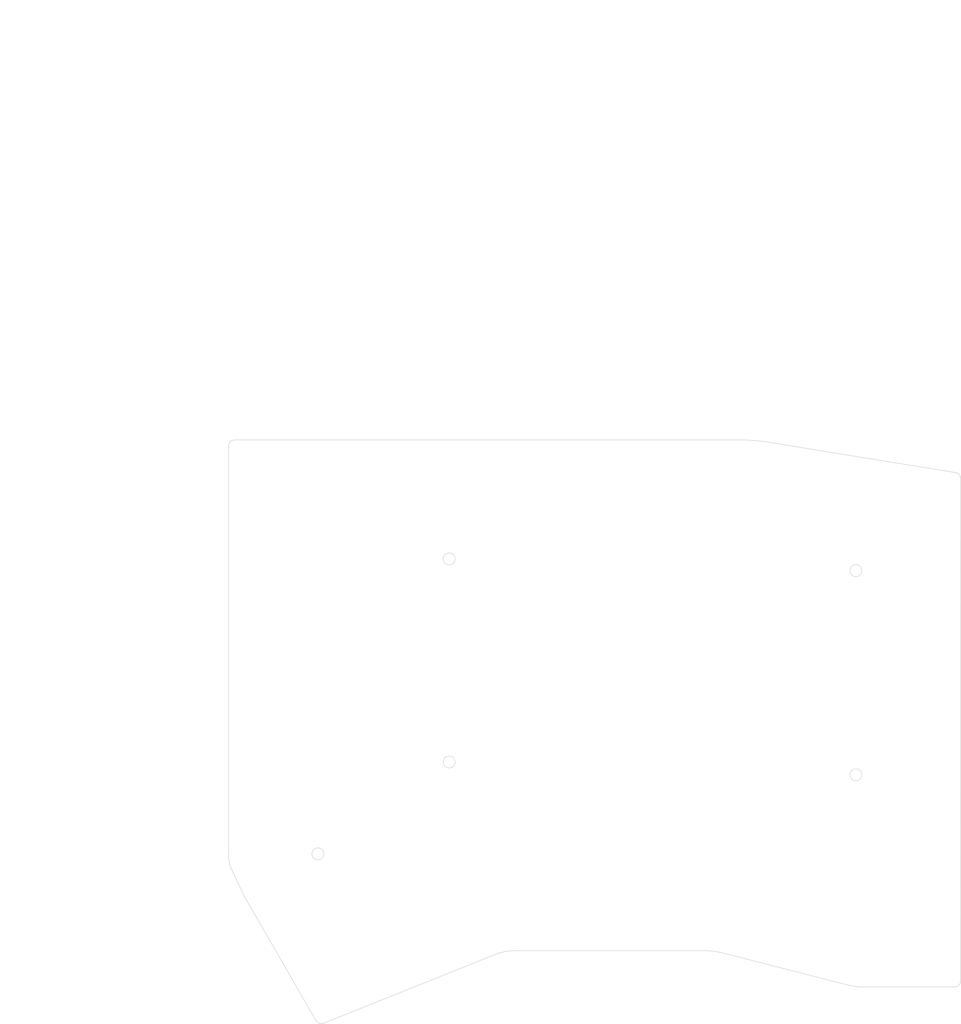
<source format=kicad_pcb>
(kicad_pcb (version 20211014) (generator pcbnew)

  (general
    (thickness 1.6)
  )

  (paper "A4")
  (layers
    (0 "F.Cu" signal)
    (31 "B.Cu" signal)
    (32 "B.Adhes" user "B.Adhesive")
    (33 "F.Adhes" user "F.Adhesive")
    (34 "B.Paste" user)
    (35 "F.Paste" user)
    (36 "B.SilkS" user "B.Silkscreen")
    (37 "F.SilkS" user "F.Silkscreen")
    (38 "B.Mask" user)
    (39 "F.Mask" user)
    (40 "Dwgs.User" user "User.Drawings")
    (41 "Cmts.User" user "User.Comments")
    (42 "Eco1.User" user "User.Eco1")
    (43 "Eco2.User" user "User.Eco2")
    (44 "Edge.Cuts" user)
    (45 "Margin" user)
    (46 "B.CrtYd" user "B.Courtyard")
    (47 "F.CrtYd" user "F.Courtyard")
    (48 "B.Fab" user)
    (49 "F.Fab" user)
  )

  (setup
    (pad_to_mask_clearance 0)
    (grid_origin 88.273857 38.477435)
    (pcbplotparams
      (layerselection 0x00010fc_ffffffff)
      (disableapertmacros false)
      (usegerberextensions true)
      (usegerberattributes false)
      (usegerberadvancedattributes false)
      (creategerberjobfile false)
      (svguseinch false)
      (svgprecision 6)
      (excludeedgelayer true)
      (plotframeref false)
      (viasonmask false)
      (mode 1)
      (useauxorigin false)
      (hpglpennumber 1)
      (hpglpenspeed 20)
      (hpglpendiameter 15.000000)
      (dxfpolygonmode true)
      (dxfimperialunits true)
      (dxfusepcbnewfont true)
      (psnegative false)
      (psa4output false)
      (plotreference true)
      (plotvalue false)
      (plotinvisibletext false)
      (sketchpadsonfab false)
      (subtractmaskfromsilk true)
      (outputformat 1)
      (mirror false)
      (drillshape 0)
      (scaleselection 1)
      (outputdirectory "gerber/")
    )
  )

  (net 0 "")

  (gr_line (start 45.503294 -44.952764) (end 45.503294 -44.952764) (layer "Eco2.User") (width 0.1) (tstamp f3c72619-0e00-4db5-8088-29c58e7fa2ad))
  (gr_line (start 224.1296 139.7) (end 223.901 139.7) (layer "Edge.Cuts") (width 0.1) (tstamp 00000000-0000-0000-0000-000061bc64e7))
  (gr_line (start 204.009451 139.2664) (end 181.165009 133.42648) (layer "Edge.Cuts") (width 0.1) (tstamp 00000000-0000-0000-0000-000061bc654b))
  (gr_line (start 104.918207 146.31232) (end 104.77107 146.16833) (layer "Edge.Cuts") (width 0.1) (tstamp 03b950cc-d086-4154-951c-1c9f8a654f3a))
  (gr_line (start 88.310437 115.822758) (end 88.284057 115.503472) (layer "Edge.Cuts") (width 0.1) (tstamp 044f7c79-a10c-473e-9b27-a59c295ffdf1))
  (gr_circle (center 105 114.8) (end 106.1176 114.8) (layer "Edge.Cuts") (width 0.1) (fill none) (tstamp 0c751d67-0ea2-4ca6-8329-bf5665f5cfe3))
  (gr_line (start 177.892978 132.923912) (end 177.4063 132.915912) (layer "Edge.Cuts") (width 0.1) (tstamp 0fc38bf5-0fca-4faa-b954-c141481de966))
  (gr_line (start 225.283881 43.997807) (end 225.370281 44.178672) (layer "Edge.Cuts") (width 0.1) (tstamp 11344e65-61ba-43a4-9419-489bb9f5afec))
  (gr_line (start 140.499606 133.020102) (end 140.020141 133.100702) (layer "Edge.Cuts") (width 0.1) (tstamp 1135a936-ede7-481e-a484-d3fab85b2d0e))
  (gr_line (start 88.364377 38.029014) (end 88.47059 37.833327) (layer "Edge.Cuts") (width 0.1) (tstamp 11cfe17b-5d08-41bb-a069-160e7f431351))
  (gr_line (start 140.020141 133.100702) (end 139.545048 133.204021) (layer "Edge.Cuts") (width 0.1) (tstamp 1353279e-34e6-4bfb-a17a-aa12fc62c538))
  (gr_line (start 105.086149 146.42628) (end 104.918207 146.31232) (layer "Edge.Cuts") (width 0.1) (tstamp 16b57ba4-054b-41f0-819a-51a68f73b524))
  (gr_circle (center 129.6 97.6) (end 130.7176 97.6) (layer "Edge.Cuts") (width 0.1) (fill none) (tstamp 18816f4c-1aea-4079-9886-c1a64756a6d3))
  (gr_line (start 105.668308 146.57198) (end 105.465848 146.55768) (layer "Edge.Cuts") (width 0.1) (tstamp 1af346e6-8eef-4f5b-ad80-80e4baed2799))
  (gr_line (start 205.594911 139.5931) (end 204.7971 139.4567) (layer "Edge.Cuts") (width 0.1) (tstamp 1e45069d-383c-4419-85d1-8330e71bdf59))
  (gr_line (start 141.468402 132.927502) (end 140.982629 132.962302) (layer "Edge.Cuts") (width 0.1) (tstamp 1f73c229-2255-4e1e-8f3a-baf695ef532e))
  (gr_line (start 139.545048 133.204021) (end 139.07514 133.329881) (layer "Edge.Cuts") (width 0.1) (tstamp 20ec74bb-77d2-4b6f-a40c-c578cb255ece))
  (gr_line (start 88.273857 38.477435) (end 88.297257 38.245261) (layer "Edge.Cuts") (width 0.1) (tstamp 21a98fd8-a677-4041-a72a-fa16dabfe8d3))
  (gr_line (start 89.19368 37.348815) (end 89.425853 37.325405) (layer "Edge.Cuts") (width 0.1) (tstamp 2467f7d1-91b3-4bd2-abb6-f23c7361360b))
  (gr_line (start 178.366503 132.948012) (end 177.892978 132.923912) (layer "Edge.Cuts") (width 0.1) (tstamp 264fb2aa-5efe-4c17-9303-ca0d68ae4eca))
  (gr_line (start 88.588327 117.068869) (end 88.493317 116.763407) (layer "Edge.Cuts") (width 0.1) (tstamp 2c882f6d-c85e-4acb-b1f1-ae2afe5fe10a))
  (gr_line (start 88.275257 115.182495) (end 88.273857 38.477435) (layer "Edge.Cuts") (width 0.1) (tstamp 369b3659-c181-47dc-8452-e2de8b1cd204))
  (gr_line (start 225.423881 138.752566) (end 225.363481 138.958835) (layer "Edge.Cuts") (width 0.1) (tstamp 36a335a7-738b-4359-82a6-2e39adef3046))
  (gr_line (start 225.424381 44.374571) (end 225.443181 44.581902) (layer "Edge.Cuts") (width 0.1) (tstamp 3defaca2-da09-413b-8e01-bac4b2c97437))
  (gr_line (start 225.363481 138.958835) (end 225.267481 139.147435) (layer "Edge.Cuts") (width 0.1) (tstamp 4392ac95-6c04-4b06-9436-aec60cb4db74))
  (gr_line (start 141.956108 132.915912) (end 141.468402 132.927502) (layer "Edge.Cuts") (width 0.1) (tstamp 4498de84-184b-4466-b3d7-cde1d7bc9519))
  (gr_circle (center 129.6 59.6) (end 130.7176 59.6) (layer "Edge.Cuts") (width 0.1) (fill none) (tstamp 44dc5fa2-8ade-4aaa-a728-72f24e3098e5))
  (gr_line (start 178.83867 132.988112) (end 178.366503 132.948012) (layer "Edge.Cuts") (width 0.1) (tstamp 46e69041-2c68-4e50-b952-4312bd028dba))
  (gr_circle (center 205.8 100) (end 206.9176 100) (layer "Edge.Cuts") (width 0.1) (fill none) (tstamp 477facc6-d79a-4dc1-aa3f-86d3bfcca217))
  (gr_line (start 88.977436 37.415945) (end 89.19368 37.348815) (layer "Edge.Cuts") (width 0.1) (tstamp 497c1702-992c-48f9-b649-d9d3911718ef))
  (gr_line (start 88.297257 38.245261) (end 88.364377 38.029014) (layer "Edge.Cuts") (width 0.1) (tstamp 4d1d38b3-8e20-4755-a392-8681465c8fe6))
  (gr_line (start 207.2005 139.7) (end 206.40012 139.6752) (layer "Edge.Cuts") (width 0.1) (tstamp 4df27aa5-9436-4ee7-b203-34335a137d59))
  (gr_line (start 224.803331 139.566104) (end 224.602601 139.642904) (layer "Edge.Cuts") (width 0.1) (tstamp 4e97e277-9919-47dd-8b61-f52380b0d43c))
  (gr_line (start 180.242991 133.203712) (end 179.777319 133.116012) (layer "Edge.Cuts") (width 0.1) (tstamp 51ab285b-2404-43cd-b366-e266fe02d745))
  (gr_line (start 138.154128 133.648551) (end 106.075202 146.48948) (layer "Edge.Cuts") (width 0.1) (tstamp 51bf7a25-09cb-458d-97aa-3ccc536fdded))
  (gr_line (start 104.77107 146.16833) (end 104.649386 145.99593) (layer "Edge.Cuts") (width 0.1) (tstamp 52c4e66b-718b-4a2d-8a16-a62432c8fa45))
  (gr_line (start 225.4377 138.5443) (end 225.423881 138.752566) (layer "Edge.Cuts") (width 0.1) (tstamp 59069f0c-cc70-4d07-bc37-804dc3ea7664))
  (gr_line (start 187.885731 37.54187) (end 188.910421 37.679776) (layer "Edge.Cuts") (width 0.1) (tstamp 594a9d50-9f15-4bcb-ba92-19c977730260))
  (gr_line (start 88.284057 115.503472) (end 88.275257 115.182495) (layer "Edge.Cuts") (width 0.1) (tstamp 5e51cd7d-dce9-4bbf-b1e2-8712a52ce40d))
  (gr_line (start 188.910421 37.679776) (end 224.475441 43.445146) (layer "Edge.Cuts") (width 0.1) (tstamp 639a2352-75a4-42a4-a513-d12a91ba9ae5))
  (gr_circle (center 205.8 61.8) (end 206.9176 61.8) (layer "Edge.Cuts") (width 0.1) (fill none) (tstamp 674f22d3-02da-42cb-82a2-2f25ea9e53c7))
  (gr_line (start 91.129785 122.566908) (end 88.828479 117.66343) (layer "Edge.Cuts") (width 0.1) (tstamp 678454c7-572a-4ac9-a952-11504ff844e1))
  (gr_line (start 225.370281 44.178672) (end 225.424381 44.374571) (layer "Edge.Cuts") (width 0.1) (tstamp 67dc001b-871f-4ea4-b90b-a6c227f38e8e))
  (gr_line (start 180.705689 133.30724) (end 180.242991 133.203712) (layer "Edge.Cuts") (width 0.1) (tstamp 6caba216-7f89-4559-a20f-435fefc56032))
  (gr_line (start 106.075202 146.48948) (end 105.872976 146.54978) (layer "Edge.Cuts") (width 0.1) (tstamp 6cb2afe7-1009-497c-9430-89ac7e540e59))
  (gr_line (start 179.309078 133.044112) (end 178.83867 132.988112) (layer "Edge.Cuts") (width 0.1) (tstamp 71c221bc-dca1-4693-a24f-871a5d27ff81))
  (gr_line (start 105.465848 146.55768) (end 105.270246 146.50858) (layer "Edge.Cuts") (width 0.1) (tstamp 72fb5945-3a88-4f82-bf38-f49c02373f7e))
  (gr_line (start 181.165009 133.42648) (end 180.705689 133.30724) (layer "Edge.Cuts") (width 0.1) (tstamp 73a085fe-f555-47ba-9eef-dfd71e3bdfa4))
  (gr_line (start 225.267481 139.147435) (end 225.139571 139.314255) (layer "Edge.Cuts") (width 0.1) (tstamp 7d0abc77-16a8-4ce1-be52-02b3bcc4a17a))
  (gr_line (start 88.493317 116.763407) (end 88.415227 116.453429) (layer "Edge.Cuts") (width 0.1) (tstamp 7e967aeb-4479-4720-ba3c-6df2a32c60ab))
  (gr_line (start 88.415227 116.453429) (end 88.354217 116.139644) (layer "Edge.Cuts") (width 0.1) (tstamp 80f4181c-1361-4a50-8a42-29c05a576eb5))
  (gr_line (start 88.828479 117.66343) (end 88.7001 117.369113) (layer "Edge.Cuts") (width 0.1) (tstamp 8c22ea36-9264-4e4e-bc1e-e8b0c0168743))
  (gr_line (start 49.676679 -38.227998) (end 49.676679 -38.227998) (layer "Edge.Cuts") (width 0.1) (tstamp 9111146e-1ab7-4aba-b565-67fc26a287ff))
  (gr_line (start 224.983591 139.455185) (end 224.803331 139.566104) (layer "Edge.Cuts") (width 0.1) (tstamp 91920d21-df1b-4888-98b3-16cd5420c917))
  (gr_line (start 186.716531 37.429255) (end 187.885731 37.54187) (layer "Edge.Cuts") (width 0.1) (tstamp 95a7427e-6525-445e-a8b9-84d38111f181))
  (gr_line (start 89.425853 37.325405) (end 184.510807 37.325485) (layer "Edge.Cuts") (width 0.1) (tstamp 970604e1-e3af-403e-8d4a-19c9dbd6bf38))
  (gr_line (start 224.385191 139.681504) (end 224.1296 139.7) (layer "Edge.Cuts") (width 0.1) (tstamp 993d7cdd-55ce-4b31-bbe5-a80221307d3b))
  (gr_line (start 179.777319 133.116012) (end 179.309078 133.044112) (layer "Edge.Cuts") (width 0.1) (tstamp 9e58615c-92b8-45bb-84ed-001f427d2a1b))
  (gr_line (start 204.7971 139.4567) (end 204.009451 139.2664) (layer "Edge.Cuts") (width 0.1) (tstamp a10e7213-1c98-4b04-aa9a-6a9c4f9be34b))
  (gr_line (start 224.861871 43.581466) (end 225.026621 43.6956) (layer "Edge.Cuts") (width 0.1) (tstamp a26a563f-dcf8-4dc3-8808-f90991ceb9fe))
  (gr_line (start 140.982629 132.962302) (end 140.499606 133.020102) (layer "Edge.Cuts") (width 0.1) (tstamp a2e3f1d8-3e18-4f01-aa94-137cd101809d))
  (gr_line (start 91.174935 122.653408) (end 91.129785 122.566908) (layer "Edge.Cuts") (width 0.1) (tstamp aa23ec5a-3a93-4f2d-aca1-66f8b542d6e4))
  (gr_line (start 88.7001 117.369113) (end 88.588327 117.068869) (layer "Edge.Cuts") (width 0.1) (tstamp b3b47613-de0c-4776-818a-daa1e6432be3))
  (gr_line (start 185.544381 37.353325) (end 186.716531 37.429255) (layer "Edge.Cuts") (width 0.1) (tstamp b594c52a-45a3-4355-bc7a-fcdbe627a0a7))
  (gr_line (start 105.270246 146.50858) (end 105.086149 146.42628) (layer "Edge.Cuts") (width 0.1) (tstamp c009dad0-7409-4064-8fa4-3dc01b19633b))
  (gr_line (start 223.901 139.7) (end 207.2005 139.7) (layer "Edge.Cuts") (width 0.1) (tstamp c6098337-237a-43e2-975b-327bcd93e6fe))
  (gr_line (start 225.139571 139.314255) (end 224.983591 139.455185) (layer "Edge.Cuts") (width 0.1) (tstamp c8786aa9-3f18-48c7-bac6-4a3cce603fc6))
  (gr_line (start 184.510807 37.325485) (end 185.544381 37.353325) (layer "Edge.Cuts") (width 0.1) (tstamp cb132942-cd26-42fd-95ee-868602b53b37))
  (gr_line (start 225.026621 43.6956) (end 225.168321 43.835582) (layer "Edge.Cuts") (width 0.1) (tstamp cff4e32b-58a6-4e66-8953-bf4ced4fdee8))
  (gr_line (start 88.611259 37.662831) (end 88.781752 37.52216) (layer "Edge.Cuts") (width 0.1) (tstamp d1a6949e-04d4-4c1c-b488-f7d497860452))
  (gr_line (start 177.4063 132.915912) (end 141.956108 132.915912) (layer "Edge.Cuts") (width 0.1) (tstamp d2980117-00b9-4eaa-9fba-07086935c25b))
  (gr_line (start 224.677111 43.496776) (end 224.861871 43.581466) (layer "Edge.Cuts") (width 0.1) (tstamp db0ec5a3-8a8a-4b13-a60d-fbb1914e57fb))
  (gr_line (start 224.602601 139.642904) (end 224.385191 139.681504) (layer "Edge.Cuts") (width 0.1) (tstamp dd6e314d-05ac-4fb8-8556-fc394b83fd81))
  (gr_line (start 206.40012 139.6752) (end 205.594911 139.5931) (layer "Edge.Cuts") (width 0.1) (tstamp df12478a-c8e6-4c02-b2b1-9c7664222422))
  (gr_line (start 88.47059 37.833327) (end 88.611259 37.662831) (layer "Edge.Cuts") (width 0.1) (tstamp e15c9047-0424-44e4-8b04-6e3ff8196e41))
  (gr_line (start 88.781752 37.52216) (end 88.977436 37.415945) (layer "Edge.Cuts") (width 0.1) (tstamp e726cc5d-4354-4b0e-8bd9-6aa8c2320ae5))
  (gr_line (start 225.443181 44.581902) (end 225.4377 138.5443) (layer "Edge.Cuts") (width 0.1) (tstamp ecd4dcbe-5c59-4c0a-8539-b697a382d30a))
  (gr_line (start 139.07514 133.329881) (end 138.61123 133.478101) (layer "Edge.Cuts") (width 0.1) (tstamp eda8f1ee-257e-49ff-93d3-939baf3eef96))
  (gr_line (start 225.168321 43.835582) (end 225.283881 43.997807) (layer "Edge.Cuts") (width 0.1) (tstamp edc8f391-0b6a-4a66-802b-2b3733d943db))
  (gr_line (start 104.649386 145.99593) (end 91.174935 122.653408) (layer "Edge.Cuts") (width 0.1) (tstamp edd1354b-6266-4b0b-b4ef-d9a0f672fcee))
  (gr_line (start 105.872976 146.54978) (end 105.668308 146.57198) (layer "Edge.Cuts") (width 0.1) (tstamp f2b896bb-e819-4110-8d4c-b414b3d70341))
  (gr_line (start 138.61123 133.478101) (end 138.154128 133.648551) (layer "Edge.Cuts") (width 0.1) (tstamp f4aab422-c542-43e3-8476-eae6a2df1847))
  (gr_line (start 88.354217 116.139644) (end 88.310437 115.822758) (layer "Edge.Cuts") (width 0.1) (tstamp f54c2c52-fa78-4539-a601-59415b7d6873))
  (gr_line (start 224.475441 43.445146) (end 224.677111 43.496776) (layer "Edge.Cuts") (width 0.1) (tstamp fa82d4a7-5bf8-4ba1-84f7-394856af0853))

)

</source>
